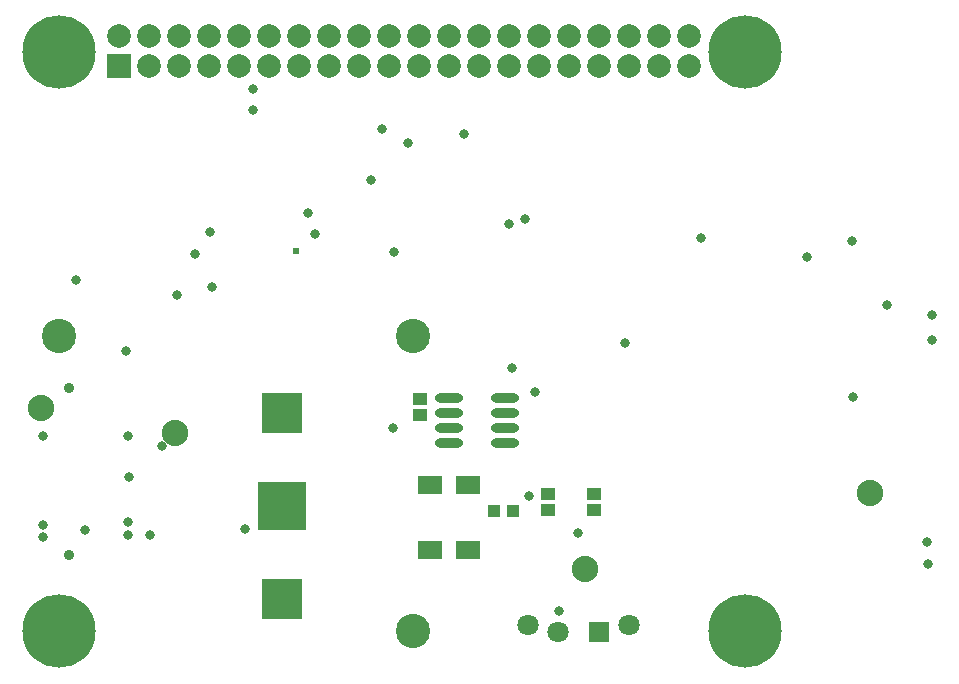
<source format=gbs>
G04*
G04 #@! TF.GenerationSoftware,Altium Limited,Altium Designer,18.0.12 (696)*
G04*
G04 Layer_Color=16711935*
%FSLAX25Y25*%
%MOIN*%
G70*
G01*
G75*
%ADD45R,0.04147X0.04147*%
%ADD47R,0.04537X0.04143*%
%ADD66R,0.07099X0.07099*%
%ADD72C,0.07887*%
%ADD73R,0.07887X0.07887*%
%ADD74C,0.07099*%
%ADD75C,0.03556*%
%ADD76C,0.24422*%
%ADD77C,0.11430*%
%ADD78C,0.03162*%
%ADD79C,0.08800*%
%ADD80C,0.02375*%
%ADD98O,0.09461X0.03162*%
%ADD99R,0.13320X0.13320*%
%ADD100R,0.16391X0.16391*%
%ADD101R,0.08280X0.05918*%
D45*
X151083Y39961D02*
D03*
X144980D02*
D03*
D47*
X120276Y72118D02*
D03*
Y77433D02*
D03*
X178150Y40453D02*
D03*
Y45768D02*
D03*
X162697Y40453D02*
D03*
Y45768D02*
D03*
D66*
X179921Y-315D02*
D03*
D72*
X19764Y198189D02*
D03*
X29764Y188189D02*
D03*
Y198189D02*
D03*
X39764Y188189D02*
D03*
Y198189D02*
D03*
X49764Y188189D02*
D03*
Y198189D02*
D03*
X59764Y188189D02*
D03*
Y198189D02*
D03*
X69764Y188189D02*
D03*
Y198189D02*
D03*
X79764Y188189D02*
D03*
Y198189D02*
D03*
X89764Y188189D02*
D03*
Y198189D02*
D03*
X99764Y188189D02*
D03*
Y198189D02*
D03*
X109764Y188189D02*
D03*
Y198189D02*
D03*
X119764Y188189D02*
D03*
Y198189D02*
D03*
X129764Y188189D02*
D03*
Y198189D02*
D03*
X139764Y188189D02*
D03*
Y198189D02*
D03*
X149764Y188189D02*
D03*
Y198189D02*
D03*
X159764Y188189D02*
D03*
Y198189D02*
D03*
X169764Y188189D02*
D03*
Y198189D02*
D03*
X179764Y188189D02*
D03*
Y198189D02*
D03*
X189764Y188189D02*
D03*
Y198189D02*
D03*
X199764Y188189D02*
D03*
Y198189D02*
D03*
X209764Y188189D02*
D03*
Y198189D02*
D03*
D73*
X19764Y188189D02*
D03*
D74*
X166142Y-315D02*
D03*
X189764Y2165D02*
D03*
X156299D02*
D03*
D75*
X3150Y80905D02*
D03*
Y25394D02*
D03*
D76*
X0Y0D02*
D03*
X228346D02*
D03*
Y192913D02*
D03*
X0D02*
D03*
D77*
X-295Y98425D02*
D03*
X117815D02*
D03*
Y0D02*
D03*
X-295D02*
D03*
D78*
X-5512Y35236D02*
D03*
X-5652Y31201D02*
D03*
X8563Y33760D02*
D03*
X5512Y117079D02*
D03*
X50787Y114665D02*
D03*
X39075Y112106D02*
D03*
X64370Y180709D02*
D03*
X64468Y173819D02*
D03*
X23130Y51378D02*
D03*
X22244Y93405D02*
D03*
X264469Y77953D02*
D03*
X290846Y97146D02*
D03*
Y105409D02*
D03*
X166339Y6644D02*
D03*
X213943Y130905D02*
D03*
X188484Y96063D02*
D03*
X45177Y125681D02*
D03*
X111516Y126476D02*
D03*
X111122Y67716D02*
D03*
X155020Y137205D02*
D03*
X158563Y79626D02*
D03*
X150886Y87697D02*
D03*
X156618Y45153D02*
D03*
X289469Y22244D02*
D03*
X289330Y29520D02*
D03*
X134743Y165847D02*
D03*
X107517Y167323D02*
D03*
X50098Y133161D02*
D03*
X103800Y150366D02*
D03*
X-5512Y64941D02*
D03*
X22719Y65158D02*
D03*
X30256Y31890D02*
D03*
X22835Y36220D02*
D03*
Y31890D02*
D03*
X61811Y33858D02*
D03*
X172835Y32677D02*
D03*
X275984Y108735D02*
D03*
X149764Y135827D02*
D03*
X249016Y124803D02*
D03*
X264173Y129921D02*
D03*
X116142Y162598D02*
D03*
X82677Y139445D02*
D03*
X34252Y61811D02*
D03*
X85039Y132283D02*
D03*
D79*
X-6103Y74216D02*
D03*
X270079Y46063D02*
D03*
X175197Y20586D02*
D03*
X38583Y66142D02*
D03*
D80*
X78740Y126772D02*
D03*
D98*
X129748Y62650D02*
D03*
Y67650D02*
D03*
Y72650D02*
D03*
Y77650D02*
D03*
X148646Y62650D02*
D03*
Y67650D02*
D03*
Y72650D02*
D03*
Y77650D02*
D03*
D99*
X74213Y72787D02*
D03*
Y10819D02*
D03*
D100*
Y41803D02*
D03*
D101*
X123425Y27165D02*
D03*
X136024D02*
D03*
Y48819D02*
D03*
X123425D02*
D03*
M02*

</source>
